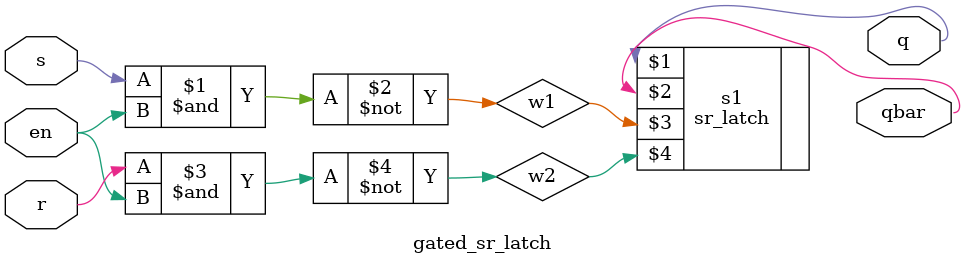
<source format=v>
module gated_sr_latch(output q,qbar,input s,r,en);
wire w1,w2;

nand n1(w1,s,en);
nand n2(w2,r,en);

sr_latch s1(q,qbar,w1,w2);

endmodule

</source>
